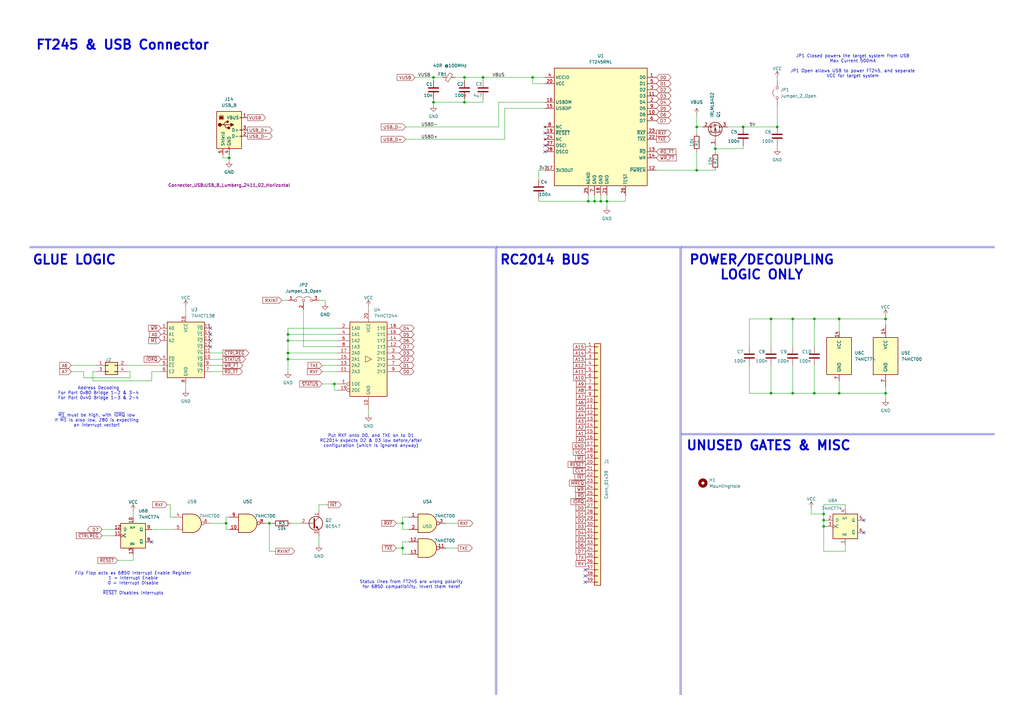
<source format=kicad_sch>
(kicad_sch (version 20250114) (generator "eeschema") (generator_version "9.0")
  (paper "A3")
  (text "~{M1} must be high, with ~{IORQ} low\nIf ~{M1} is also low, Z80 is expecting\nan interrupt vector!" (at 39.624 172.466 0) (effects (font (size 1.27 1.27))))
  (text "RC2014 BUS\n" (at 223.52 106.68 0) (effects (font (size 3.81 3.81) (thickness 0.762) (bold yes))))
  (text "GLUE LOGIC" (at 30.48 106.68 0) (effects (font (size 3.81 3.81) (thickness 0.762) (bold yes))))
  (text "Address Decoding\nFor Port 0x80 Bridge 1-2 & 3-4\nFor Port 0x40 Bridge 1-3 & 2-4" (at 40.386 161.29 0) (effects (font (size 1.27 1.27))))
  (text "FT245 & USB Connector" (at 50.292 18.542 0) (effects (font (size 3.81 3.81) (thickness 0.762) (bold yes))))
  (text "Status lines from FT245 are wrong polarity\nfor 6850 compatibility. Invert them here!\n" (at 168.656 239.776 0) (effects (font (size 1.27 1.27))))
  (text "JP1 Closed powers the target system from USB\nMax Current 500mA\n\nJP1 Open allows USB to power FT245, and separate\nVCC for target system" (at 349.758 27.178 0) (effects (font (size 1.27 1.27))))
  (text "POWER/DECOUPLING\nLOGIC ONLY" (at 312.42 109.728 0) (effects (font (size 3.81 3.81) (thickness 0.762) (bold yes))))
  (text "Flip Flop acts as 6850 Interrupt Enable Register\n1 = Interrupt Enable\n0 = Interrupt Disable\n\n~{RESET} Disables interrupts\n" (at 54.61 239.268 0) (effects (font (size 1.27 1.27))))
  (text "Put RXF onto D0, and TXE on to D1\nRC2014 expects D2 & D3 low before/after\nconfiguration (which is ignored anyway)" (at 152.146 180.848 0) (effects (font (size 1.27 1.27))))
  (text "UNUSED GATES & MISC\n\n" (at 315.214 185.928 0) (effects (font (size 3.81 3.81) (thickness 0.762) (bold yes))))
  (junction (at 246.38 82.55))
  (junction (at 337.82 210.82))
  (junction (at 177.8 31.75))
  (junction (at 325.12 130.81))
  (junction (at 304.8 52.07))
  (junction (at 316.23 130.81))
  (junction (at 363.22 130.81))
  (junction (at 118.11 139.7))
  (junction (at 165.1 224.79))
  (junction (at 110.49 214.63))
  (junction (at 241.3 82.55))
  (junction (at 92.71 214.63))
  (junction (at 334.01 161.29))
  (junction (at 344.17 130.81))
  (junction (at 243.84 82.55))
  (junction (at 363.22 161.29))
  (junction (at 285.75 52.07))
  (junction (at 293.37 60.96))
  (junction (at 318.77 52.07))
  (junction (at 93.98 64.77))
  (junction (at 316.23 161.29))
  (junction (at 177.8 41.91))
  (junction (at 190.5 31.75))
  (junction (at 285.75 69.85))
  (junction (at 165.1 214.63))
  (junction (at 334.01 130.81))
  (junction (at 118.11 147.32))
  (junction (at 198.12 31.75))
  (junction (at 218.44 31.75))
  (junction (at 118.11 137.16))
  (junction (at 137.16 157.48))
  (junction (at 190.5 41.91))
  (junction (at 118.11 144.78))
  (junction (at 325.12 161.29))
  (junction (at 337.82 213.36))
  (junction (at 248.92 82.55))
  (junction (at 337.82 215.9))
  (junction (at 344.17 161.29))
  (no_connect (at 86.36 137.16))
  (no_connect (at 223.52 62.23))
  (no_connect (at 240.03 236.22))
  (no_connect (at 223.52 59.69))
  (no_connect (at 62.23 222.25))
  (no_connect (at 240.03 233.68))
  (no_connect (at 354.33 213.36))
  (no_connect (at 86.36 142.24))
  (no_connect (at 86.36 134.62))
  (no_connect (at 86.36 139.7))
  (no_connect (at 223.52 54.61))
  (no_connect (at 240.03 238.76))
  (no_connect (at 354.33 218.44))
  (wire (pts (xy 241.3 82.55) (xy 243.84 82.55)))
  (wire (pts (xy 124.46 142.24) (xy 138.43 142.24)))
  (wire (pts (xy 137.16 157.48) (xy 137.16 160.02)))
  (wire (pts (xy 246.38 82.55) (xy 248.92 82.55)))
  (wire (pts (xy 363.22 129.54) (xy 363.22 130.81)))
  (wire (pts (xy 177.8 41.91) (xy 177.8 40.64)))
  (wire (pts (xy 248.92 80.01) (xy 248.92 82.55)))
  (wire (pts (xy 177.8 31.75) (xy 181.61 31.75)))
  (wire (pts (xy 285.75 46.99) (xy 285.75 52.07)))
  (wire (pts (xy 298.45 52.07) (xy 304.8 52.07)))
  (wire (pts (xy 132.08 157.48) (xy 137.16 157.48)))
  (wire (pts (xy 318.77 59.69) (xy 318.77 60.96)))
  (wire (pts (xy 337.82 215.9) (xy 337.82 226.06)))
  (wire (pts (xy 337.82 226.06) (xy 346.71 226.06)))
  (wire (pts (xy 198.12 31.75) (xy 218.44 31.75)))
  (wire (pts (xy 76.2 157.48) (xy 76.2 160.02)))
  (wire (pts (xy 177.8 41.91) (xy 190.5 41.91)))
  (wire (pts (xy 151.13 170.18) (xy 151.13 167.64)))
  (wire (pts (xy 248.92 82.55) (xy 248.92 85.09)))
  (wire (pts (xy 93.98 212.09) (xy 92.71 212.09)))
  (wire (pts (xy 325.12 130.81) (xy 316.23 130.81)))
  (wire (pts (xy 86.36 152.4) (xy 91.44 152.4)))
  (wire (pts (xy 190.5 41.91) (xy 190.5 40.64)))
  (wire (pts (xy 190.5 31.75) (xy 190.5 33.02)))
  (wire (pts (xy 54.61 229.87) (xy 54.61 227.33)))
  (wire (pts (xy 166.37 52.07) (xy 204.47 52.07)))
  (wire (pts (xy 165.1 222.25) (xy 165.1 224.79)))
  (wire (pts (xy 220.98 82.55) (xy 220.98 81.28)))
  (polyline (pts (xy 12.192 101.092) (xy 203.708 101.092)))
  (wire (pts (xy 133.35 123.19) (xy 133.35 124.46)))
  (wire (pts (xy 363.22 161.29) (xy 363.22 158.75)))
  (wire (pts (xy 29.21 149.86) (xy 39.37 149.86)))
  (wire (pts (xy 293.37 59.69) (xy 293.37 60.96)))
  (wire (pts (xy 138.43 147.32) (xy 118.11 147.32)))
  (wire (pts (xy 190.5 41.91) (xy 198.12 41.91)))
  (wire (pts (xy 92.71 217.17) (xy 93.98 217.17)))
  (wire (pts (xy 130.81 207.01) (xy 130.81 209.55)))
  (wire (pts (xy 186.69 31.75) (xy 190.5 31.75)))
  (wire (pts (xy 124.46 127) (xy 124.46 142.24)))
  (wire (pts (xy 318.77 31.75) (xy 318.77 33.02)))
  (wire (pts (xy 38.1 152.4) (xy 38.1 156.21)))
  (wire (pts (xy 220.98 69.85) (xy 223.52 69.85)))
  (wire (pts (xy 54.61 209.55) (xy 54.61 212.09)))
  (wire (pts (xy 220.98 73.66) (xy 220.98 69.85)))
  (wire (pts (xy 182.88 224.79) (xy 187.96 224.79)))
  (wire (pts (xy 285.75 52.07) (xy 288.29 52.07)))
  (wire (pts (xy 316.23 130.81) (xy 316.23 142.24)))
  (wire (pts (xy 53.34 152.4) (xy 53.34 154.94)))
  (wire (pts (xy 218.44 31.75) (xy 218.44 34.29)))
  (wire (pts (xy 182.88 214.63) (xy 187.96 214.63)))
  (wire (pts (xy 86.36 149.86) (xy 91.44 149.86)))
  (wire (pts (xy 110.49 214.63) (xy 111.76 214.63)))
  (wire (pts (xy 307.34 130.81) (xy 307.34 142.24)))
  (wire (pts (xy 118.11 134.62) (xy 118.11 137.16)))
  (polyline (pts (xy 203.708 101.6) (xy 278.892 101.6)))
  (wire (pts (xy 162.56 214.63) (xy 165.1 214.63)))
  (wire (pts (xy 118.11 139.7) (xy 118.11 144.78)))
  (wire (pts (xy 92.71 214.63) (xy 92.71 217.17)))
  (wire (pts (xy 293.37 60.96) (xy 293.37 62.23)))
  (wire (pts (xy 138.43 139.7) (xy 118.11 139.7)))
  (wire (pts (xy 130.81 123.19) (xy 133.35 123.19)))
  (wire (pts (xy 316.23 149.86) (xy 316.23 161.29)))
  (wire (pts (xy 246.38 80.01) (xy 246.38 82.55)))
  (wire (pts (xy 325.12 161.29) (xy 334.01 161.29)))
  (wire (pts (xy 218.44 31.75) (xy 223.52 31.75)))
  (wire (pts (xy 170.18 31.75) (xy 177.8 31.75)))
  (wire (pts (xy 91.44 63.5) (xy 91.44 64.77)))
  (wire (pts (xy 337.82 207.01) (xy 337.82 210.82)))
  (wire (pts (xy 307.34 149.86) (xy 307.34 161.29)))
  (wire (pts (xy 162.56 224.79) (xy 165.1 224.79)))
  (wire (pts (xy 137.16 160.02) (xy 138.43 160.02)))
  (wire (pts (xy 86.36 144.78) (xy 91.44 144.78)))
  (wire (pts (xy 138.43 157.48) (xy 137.16 157.48)))
  (polyline (pts (xy 203.708 101.092) (xy 203.708 284.988)))
  (wire (pts (xy 62.23 156.21) (xy 62.23 152.4)))
  (wire (pts (xy 285.75 62.23) (xy 285.75 69.85)))
  (wire (pts (xy 177.8 31.75) (xy 177.8 33.02)))
  (wire (pts (xy 293.37 60.96) (xy 304.8 60.96)))
  (wire (pts (xy 344.17 130.81) (xy 344.17 135.89)))
  (wire (pts (xy 39.37 152.4) (xy 38.1 152.4)))
  (polyline (pts (xy 203.2 101.6) (xy 203.2 284.988)))
  (wire (pts (xy 165.1 212.09) (xy 165.1 214.63)))
  (wire (pts (xy 334.01 130.81) (xy 325.12 130.81)))
  (wire (pts (xy 177.8 43.18) (xy 177.8 41.91)))
  (polyline (pts (xy 279.4 101.6) (xy 407.924 101.6)) (stroke (width 0) (type solid)))
  (wire (pts (xy 167.64 212.09) (xy 165.1 212.09)))
  (wire (pts (xy 91.44 64.77) (xy 93.98 64.77)))
  (wire (pts (xy 337.82 215.9) (xy 339.09 215.9)))
  (wire (pts (xy 115.57 123.19) (xy 118.11 123.19)))
  (wire (pts (xy 165.1 227.33) (xy 167.64 227.33)))
  (wire (pts (xy 334.01 161.29) (xy 344.17 161.29)))
  (wire (pts (xy 151.13 125.73) (xy 151.13 127)))
  (wire (pts (xy 334.01 130.81) (xy 334.01 142.24)))
  (wire (pts (xy 325.12 149.86) (xy 325.12 161.29)))
  (wire (pts (xy 204.47 52.07) (xy 204.47 41.91)))
  (wire (pts (xy 69.85 212.09) (xy 71.12 212.09)))
  (wire (pts (xy 119.38 214.63) (xy 123.19 214.63)))
  (wire (pts (xy 363.22 130.81) (xy 344.17 130.81)))
  (wire (pts (xy 346.71 208.28) (xy 346.71 207.01)))
  (wire (pts (xy 93.98 63.5) (xy 93.98 64.77)))
  (wire (pts (xy 118.11 137.16) (xy 118.11 139.7)))
  (wire (pts (xy 76.2 125.73) (xy 76.2 129.54)))
  (wire (pts (xy 285.75 52.07) (xy 285.75 54.61)))
  (wire (pts (xy 207.01 57.15) (xy 207.01 44.45)))
  (wire (pts (xy 325.12 130.81) (xy 325.12 142.24)))
  (wire (pts (xy 248.92 82.55) (xy 256.54 82.55)))
  (wire (pts (xy 93.98 64.77) (xy 93.98 66.04)))
  (wire (pts (xy 132.08 152.4) (xy 138.43 152.4)))
  (wire (pts (xy 86.36 214.63) (xy 92.71 214.63)))
  (wire (pts (xy 304.8 52.07) (xy 318.77 52.07)))
  (wire (pts (xy 110.49 226.06) (xy 113.03 226.06)))
  (wire (pts (xy 204.47 41.91) (xy 223.52 41.91)))
  (wire (pts (xy 118.11 144.78) (xy 118.11 147.32)))
  (wire (pts (xy 243.84 80.01) (xy 243.84 82.55)))
  (wire (pts (xy 62.23 217.17) (xy 71.12 217.17)))
  (wire (pts (xy 337.82 213.36) (xy 337.82 215.9)))
  (wire (pts (xy 241.3 82.55) (xy 220.98 82.55)))
  (wire (pts (xy 138.43 144.78) (xy 118.11 144.78)))
  (wire (pts (xy 138.43 134.62) (xy 118.11 134.62)))
  (wire (pts (xy 118.11 147.32) (xy 118.11 152.4)))
  (wire (pts (xy 307.34 161.29) (xy 316.23 161.29)))
  (wire (pts (xy 285.75 69.85) (xy 269.24 69.85)))
  (wire (pts (xy 316.23 161.29) (xy 325.12 161.29)))
  (wire (pts (xy 38.1 156.21) (xy 62.23 156.21)))
  (wire (pts (xy 130.81 219.71) (xy 130.81 223.52)))
  (wire (pts (xy 332.74 210.82) (xy 337.82 210.82)))
  (wire (pts (xy 256.54 80.01) (xy 256.54 82.55)))
  (wire (pts (xy 243.84 82.55) (xy 246.38 82.55)))
  (wire (pts (xy 334.01 149.86) (xy 334.01 161.29)))
  (polyline (pts (xy 279.4 101.092) (xy 407.924 101.092)))
  (wire (pts (xy 109.22 214.63) (xy 110.49 214.63)))
  (wire (pts (xy 165.1 224.79) (xy 165.1 227.33)))
  (wire (pts (xy 34.29 154.94) (xy 34.29 152.4)))
  (wire (pts (xy 134.62 207.01) (xy 130.81 207.01)))
  (polyline (pts (xy 278.892 101.6) (xy 278.892 284.988)))
  (wire (pts (xy 41.91 219.71) (xy 46.99 219.71)))
  (wire (pts (xy 92.71 212.09) (xy 92.71 214.63)))
  (wire (pts (xy 346.71 226.06) (xy 346.71 223.52)))
  (wire (pts (xy 167.64 222.25) (xy 165.1 222.25)))
  (polyline (pts (xy 279.4 177.8) (xy 407.924 177.8)))
  (wire (pts (xy 190.5 31.75) (xy 198.12 31.75)))
  (wire (pts (xy 68.58 207.01) (xy 69.85 207.01)))
  (wire (pts (xy 332.74 208.28) (xy 332.74 210.82)))
  (polyline (pts (xy 279.4 101.092) (xy 279.4 284.988)))
  (wire (pts (xy 86.36 147.32) (xy 91.44 147.32)))
  (wire (pts (xy 304.8 60.96) (xy 304.8 59.69)))
  (wire (pts (xy 165.1 217.17) (xy 167.64 217.17)))
  (wire (pts (xy 207.01 44.45) (xy 223.52 44.45)))
  (wire (pts (xy 48.26 229.87) (xy 54.61 229.87)))
  (wire (pts (xy 344.17 161.29) (xy 363.22 161.29)))
  (wire (pts (xy 346.71 207.01) (xy 337.82 207.01)))
  (wire (pts (xy 241.3 80.01) (xy 241.3 82.55)))
  (wire (pts (xy 337.82 213.36) (xy 339.09 213.36)))
  (wire (pts (xy 318.77 43.18) (xy 318.77 52.07)))
  (wire (pts (xy 53.34 154.94) (xy 34.29 154.94)))
  (wire (pts (xy 69.85 207.01) (xy 69.85 212.09)))
  (wire (pts (xy 344.17 156.21) (xy 344.17 161.29)))
  (wire (pts (xy 344.17 130.81) (xy 334.01 130.81)))
  (wire (pts (xy 337.82 210.82) (xy 337.82 213.36)))
  (wire (pts (xy 165.1 214.63) (xy 165.1 217.17)))
  (wire (pts (xy 363.22 161.29) (xy 363.22 163.83)))
  (wire (pts (xy 118.11 137.16) (xy 138.43 137.16)))
  (wire (pts (xy 198.12 31.75) (xy 198.12 33.02)))
  (wire (pts (xy 166.37 57.15) (xy 207.01 57.15)))
  (wire (pts (xy 316.23 130.81) (xy 307.34 130.81)))
  (wire (pts (xy 198.12 41.91) (xy 198.12 40.64)))
  (wire (pts (xy 285.75 69.85) (xy 293.37 69.85)))
  (polyline (pts (xy 279.4 178.308) (xy 407.924 178.308)))
  (wire (pts (xy 363.22 133.35) (xy 363.22 130.81)))
  (wire (pts (xy 41.91 217.17) (xy 46.99 217.17)))
  (polyline (pts (xy 12.192 101.6) (xy 203.2 101.6)))
  (wire (pts (xy 218.44 34.29) (xy 223.52 34.29)))
  (wire (pts (xy 52.07 149.86) (xy 66.04 149.86)))
  (wire (pts (xy 110.49 214.63) (xy 110.49 226.06)))
  (wire (pts (xy 29.21 152.4) (xy 34.29 152.4)))
  (wire (pts (xy 62.23 152.4) (xy 66.04 152.4)))
  (polyline (pts (xy 203.708 101.092) (xy 279.4 101.092)))
  (wire (pts (xy 52.07 152.4) (xy 53.34 152.4)))
  (wire (pts (xy 132.08 149.86) (xy 138.43 149.86)))
  (label "5V" (at 307.34 52.07 0))
  (label "VUSB" (at 171.45 31.75 0))
  (label "USBD-" (at 172.72 52.07 0))
  (label "USBD+" (at 172.72 57.15 0))
  (label "3v3" (at 220.98 69.85 0))
  (label "VBUS" (at 201.93 31.75 0))
  (global_label "D3" (shape passive) (at 240.03 215.9 180) (property "Intersheetrefs" "${INTERSHEET_REFS}" (effects (hide yes))))
  (global_label "VCC" (shape passive) (at 240.03 185.42 180) (property "Intersheetrefs" "${INTERSHEET_REFS}" (effects (hide yes))))
  (global_label "A13" (shape passive) (at 240.03 147.32 180) (property "Intersheetrefs" "${INTERSHEET_REFS}" (effects (hide yes))))
  (global_label "A10" (shape passive) (at 240.03 154.94 180) (property "Intersheetrefs" "${INTERSHEET_REFS}" (effects (hide yes))))
  (global_label "A6" (shape passive) (at 240.03 165.1 180) (property "Intersheetrefs" "${INTERSHEET_REFS}" (effects (hide yes))))
  (global_label "USB_D-" (shape output) (at 101.6 55.88 0) (property "Intersheetrefs" "${INTERSHEET_REFS}" (effects (hide yes))))
  (global_label "USB_D+" (shape input) (at 166.37 57.15 180) (property "Intersheetrefs" "${INTERSHEET_REFS}" (effects (hide yes))))
  (global_label "D5" (shape bidirectional) (at 163.83 137.16 0) (property "Intersheetrefs" "${INTERSHEET_REFS}" (effects (hide yes))))
  (global_label "D2" (shape bidirectional) (at 163.83 147.32 0) (property "Intersheetrefs" "${INTERSHEET_REFS}" (effects (hide yes))))
  (global_label "~{M1}" (shape passive) (at 240.03 187.96 180) (property "Intersheetrefs" "${INTERSHEET_REFS}" (effects (hide yes))))
  (global_label "RXF" (shape output) (at 187.96 214.63 0) (property "Intersheetrefs" "${INTERSHEET_REFS}" (effects (hide yes))))
  (global_label "D1" (shape passive) (at 240.03 210.82 180) (property "Intersheetrefs" "${INTERSHEET_REFS}" (effects (hide yes))))
  (global_label "A5" (shape passive) (at 240.03 167.64 180) (property "Intersheetrefs" "${INTERSHEET_REFS}" (effects (hide yes))))
  (global_label "D1" (shape bidirectional) (at 269.24 34.29 0) (property "Intersheetrefs" "${INTERSHEET_REFS}" (effects (hide yes))))
  (global_label "~{MREQ}" (shape passive) (at 240.03 198.12 180) (property "Intersheetrefs" "${INTERSHEET_REFS}" (effects (hide yes))))
  (global_label "TXE" (shape input) (at 132.08 149.86 180) (property "Intersheetrefs" "${INTERSHEET_REFS}" (effects (hide yes))))
  (global_label "D2" (shape passive) (at 240.03 213.36 180) (property "Intersheetrefs" "${INTERSHEET_REFS}" (effects (hide yes))))
  (global_label "~{TXE}" (shape input) (at 162.56 224.79 180) (property "Intersheetrefs" "${INTERSHEET_REFS}" (effects (hide yes))))
  (global_label "A0" (shape passive) (at 240.03 180.34 180) (property "Intersheetrefs" "${INTERSHEET_REFS}" (effects (hide yes))))
  (global_label "D0" (shape bidirectional) (at 269.24 31.75 0) (property "Intersheetrefs" "${INTERSHEET_REFS}" (effects (hide yes))))
  (global_label "D0" (shape bidirectional) (at 163.83 152.4 0) (property "Intersheetrefs" "${INTERSHEET_REFS}" (effects (hide yes))))
  (global_label "D3" (shape bidirectional) (at 163.83 144.78 0) (property "Intersheetrefs" "${INTERSHEET_REFS}" (effects (hide yes))))
  (global_label "D5" (shape bidirectional) (at 269.24 44.45 0) (property "Intersheetrefs" "${INTERSHEET_REFS}" (effects (hide yes))))
  (global_label "~{RD}" (shape passive) (at 240.03 203.2 180) (property "Intersheetrefs" "${INTERSHEET_REFS}" (effects (hide yes))))
  (global_label "A6" (shape input) (at 29.21 149.86 180) (property "Intersheetrefs" "${INTERSHEET_REFS}" (effects (hide yes))))
  (global_label "A15" (shape passive) (at 240.03 142.24 180) (property "Intersheetrefs" "${INTERSHEET_REFS}" (effects (hide yes))))
  (global_label "D7" (shape bidirectional) (at 41.91 217.17 180) (property "Intersheetrefs" "${INTERSHEET_REFS}" (effects (hide yes))))
  (global_label "A4" (shape passive) (at 240.03 170.18 180) (property "Intersheetrefs" "${INTERSHEET_REFS}" (effects (hide yes))))
  (global_label "~{RD_FT}" (shape output) (at 91.44 152.4 0) (property "Intersheetrefs" "${INTERSHEET_REFS}" (effects (hide yes))))
  (global_label "~{CTRLREG}" (shape output) (at 91.44 144.78 0) (property "Intersheetrefs" "${INTERSHEET_REFS}" (effects (hide yes))))
  (global_label "A2" (shape passive) (at 240.03 175.26 180) (property "Intersheetrefs" "${INTERSHEET_REFS}" (effects (hide yes))))
  (global_label "D2" (shape bidirectional) (at 269.24 36.83 0) (property "Intersheetrefs" "${INTERSHEET_REFS}" (effects (hide yes))))
  (global_label "~{RXF}" (shape input) (at 162.56 214.63 180) (property "Intersheetrefs" "${INTERSHEET_REFS}" (effects (hide yes))))
  (global_label "RXINT" (shape output) (at 113.03 226.06 0) (property "Intersheetrefs" "${INTERSHEET_REFS}" (effects (hide yes))))
  (global_label "D6" (shape bidirectional) (at 163.83 139.7 0) (property "Intersheetrefs" "${INTERSHEET_REFS}" (effects (hide yes))))
  (global_label "D6" (shape bidirectional) (at 269.24 46.99 0) (property "Intersheetrefs" "${INTERSHEET_REFS}" (effects (hide yes))))
  (global_label "~{WR}" (shape passive) (at 240.03 200.66 180) (property "Intersheetrefs" "${INTERSHEET_REFS}" (effects (hide yes))))
  (global_label "D4" (shape bidirectional) (at 163.83 134.62 0) (property "Intersheetrefs" "${INTERSHEET_REFS}" (effects (hide yes))))
  (global_label "~{WR_FT}" (shape output) (at 91.44 149.86 0) (property "Intersheetrefs" "${INTERSHEET_REFS}" (effects (hide yes))))
  (global_label "~{INT}" (shape passive) (at 240.03 195.58 180) (property "Intersheetrefs" "${INTERSHEET_REFS}" (effects (hide yes))))
  (global_label "RXINT" (shape input) (at 115.57 123.19 180) (property "Intersheetrefs" "${INTERSHEET_REFS}" (effects (hide yes))))
  (global_label "~{WR_FT}" (shape input) (at 269.24 64.77 0) (property "Intersheetrefs" "${INTERSHEET_REFS}" (effects (hide yes))))
  (global_label "A3" (shape passive) (at 240.03 172.72 180) (property "Intersheetrefs" "${INTERSHEET_REFS}" (effects (hide yes))))
  (global_label "TXE" (shape output) (at 187.96 224.79 0) (property "Intersheetrefs" "${INTERSHEET_REFS}" (effects (hide yes))))
  (global_label "A8" (shape passive) (at 240.03 160.02 180) (property "Intersheetrefs" "${INTERSHEET_REFS}" (effects (hide yes))))
  (global_label "~{M1}" (shape input) (at 66.04 139.7 180) (property "Intersheetrefs" "${INTERSHEET_REFS}" (effects (hide yes))))
  (global_label "A7" (shape passive) (at 240.03 162.56 180) (property "Intersheetrefs" "${INTERSHEET_REFS}" (effects (hide yes))))
  (global_label "~{INT}" (shape output) (at 134.62 207.01 0) (property "Intersheetrefs" "${INTERSHEET_REFS}" (effects (hide yes))))
  (global_label "VUSB" (shape input) (at 170.18 31.75 180) (property "Intersheetrefs" "${INTERSHEET_REFS}" (effects (hide yes))))
  (global_label "~{RESET}" (shape input) (at 48.26 229.87 180) (property "Intersheetrefs" "${INTERSHEET_REFS}" (effects (hide yes))))
  (global_label "A12" (shape passive) (at 240.03 149.86 180) (property "Intersheetrefs" "${INTERSHEET_REFS}" (effects (hide yes))))
  (global_label "D4" (shape passive) (at 240.03 218.44 180) (property "Intersheetrefs" "${INTERSHEET_REFS}" (effects (hide yes))))
  (global_label "VUSB" (shape output) (at 101.6 48.26 0) (property "Intersheetrefs" "${INTERSHEET_REFS}" (effects (hide yes))))
  (global_label "A1" (shape passive) (at 240.03 177.8 180) (property "Intersheetrefs" "${INTERSHEET_REFS}" (effects (hide yes))))
  (global_label "RXF" (shape input) (at 132.08 152.4 180) (property "Intersheetrefs" "${INTERSHEET_REFS}" (effects (hide yes))))
  (global_label "~{WR}" (shape input) (at 66.04 134.62 180) (property "Intersheetrefs" "${INTERSHEET_REFS}" (effects (hide yes))))
  (global_label "~{STATUS}" (shape input) (at 132.08 157.48 180) (property "Intersheetrefs" "${INTERSHEET_REFS}" (effects (hide yes))))
  (global_label "USB_D-" (shape input) (at 166.37 52.07 180) (property "Intersheetrefs" "${INTERSHEET_REFS}" (effects (hide yes))))
  (global_label "~{RXF}" (shape output) (at 269.24 54.61 0) (property "Intersheetrefs" "${INTERSHEET_REFS}" (effects (hide yes))))
  (global_label "D4" (shape bidirectional) (at 269.24 41.91 0) (property "Intersheetrefs" "${INTERSHEET_REFS}" (effects (hide yes))))
  (global_label "A9" (shape passive) (at 240.03 157.48 180) (property "Intersheetrefs" "${INTERSHEET_REFS}" (effects (hide yes))))
  (global_label "~{TXE}" (shape output) (at 269.24 57.15 0) (property "Intersheetrefs" "${INTERSHEET_REFS}" (effects (hide yes))))
  (global_label "D7" (shape passive) (at 240.03 226.06 180) (property "Intersheetrefs" "${INTERSHEET_REFS}" (effects (hide yes))))
  (global_label "USB_D+" (shape output) (at 101.6 53.34 0) (property "Intersheetrefs" "${INTERSHEET_REFS}" (effects (hide yes))))
  (global_label "~{IORQ}" (shape input) (at 66.04 147.32 180) (property "Intersheetrefs" "${INTERSHEET_REFS}" (effects (hide yes))))
  (global_label "D7" (shape bidirectional) (at 269.24 49.53 0) (property "Intersheetrefs" "${INTERSHEET_REFS}" (effects (hide yes))))
  (global_label "~{IORQ}" (shape passive) (at 240.03 205.74 180) (property "Intersheetrefs" "${INTERSHEET_REFS}" (effects (hide yes))))
  (global_label "~{RESET}" (shape passive) (at 240.03 190.5 180) (property "Intersheetrefs" "${INTERSHEET_REFS}" (effects (hide yes))))
  (global_label "TX" (shape passive) (at 240.03 228.6 180) (property "Intersheetrefs" "${INTERSHEET_REFS}" (effects (hide yes))))
  (global_label "D0" (shape passive) (at 240.03 208.28 180) (property "Intersheetrefs" "${INTERSHEET_REFS}" (effects (hide yes))))
  (global_label "~{STATUS}" (shape output) (at 91.44 147.32 0) (property "Intersheetrefs" "${INTERSHEET_REFS}" (effects (hide yes))))
  (global_label "A7" (shape input) (at 29.21 152.4 180) (property "Intersheetrefs" "${INTERSHEET_REFS}" (effects (hide yes))))
  (global_label "~{RD_FT}" (shape input) (at 269.24 62.23 0) (property "Intersheetrefs" "${INTERSHEET_REFS}" (effects (hide yes))))
  (global_label "RXF" (shape input) (at 68.58 207.01 180) (property "Intersheetrefs" "${INTERSHEET_REFS}" (effects (hide yes))))
  (global_label "D5" (shape passive) (at 240.03 220.98 180) (property "Intersheetrefs" "${INTERSHEET_REFS}" (effects (hide yes))))
  (global_label "RX" (shape passive) (at 240.03 231.14 180) (property "Intersheetrefs" "${INTERSHEET_REFS}" (effects (hide yes))))
  (global_label "~{CTRLREG}" (shape input) (at 41.91 219.71 180) (property "Intersheetrefs" "${INTERSHEET_REFS}" (effects (hide yes))))
  (global_label "D1" (shape bidirectional) (at 163.83 149.86 0) (property "Intersheetrefs" "${INTERSHEET_REFS}" (effects (hide yes))))
  (global_label "D3" (shape bidirectional) (at 269.24 39.37 0) (property "Intersheetrefs" "${INTERSHEET_REFS}" (effects (hide yes))))
  (global_label "A14" (shape passive) (at 240.03 144.78 180) (property "Intersheetrefs" "${INTERSHEET_REFS}" (effects (hide yes))))
  (global_label "GND" (shape passive) (at 240.03 182.88 180) (property "Intersheetrefs" "${INTERSHEET_REFS}" (effects (hide yes))))
  (global_label "~{CLK}" (shape passive) (at 240.03 193.04 180) (property "Intersheetrefs" "${INTERSHEET_REFS}" (effects (hide yes))))
  (global_label "A11" (shape passive) (at 240.03 152.4 180) (property "Intersheetrefs" "${INTERSHEET_REFS}" (effects (hide yes))))
  (global_label "A0" (shape input) (at 66.04 137.16 180) (property "Intersheetrefs" "${INTERSHEET_REFS}" (effects (hide yes))))
  (global_label "D7" (shape bidirectional) (at 163.83 142.24 0) (property "Intersheetrefs" "${INTERSHEET_REFS}" (effects (hide yes))))
  (global_label "D6" (shape passive) (at 240.03 223.52 180) (property "Intersheetrefs" "${INTERSHEET_REFS}" (effects (hide yes))))
  (symbol (lib_id "Connector_Generic:Conn_01x39") (at 245.11 190.5 0) (unit 1)
    (property "Reference" "J1" (at 247.65 189.2299 0) (effects (justify left)))
    (property "Value" "Conn_01x39" (at 248.666 204.724 90) (effects (justify left)))
    (property "Footprint" "Connector_PinHeader_2.54mm:PinHeader_1x39_P2.54mm_Vertical" (effects (hide yes)))
    (property "Description" "Generic connector, single row, 01x39, script generated (kicad-library-utils/schlib/autogen/connector/)" (effects (hide yes)))
  )
  (symbol (lib_id "74xx:74HCT138") (at 76.2 144.78 0) (unit 1)
    (property "Reference" "U3" (at 78.3433 127 0) (effects (justify left)))
    (property "Value" "74HCT138" (at 78.3433 129.54 0) (effects (justify left)))
    (property "Footprint" "Package_DIP:DIP-16_W7.62mm" (effects (hide yes)))
    (property "Datasheet" "http://www.ti.com/lit/ds/symlink/cd74hc238.pdf" (effects (hide yes)))
    (property "Description" "3-to-8 line decoder/multiplexer inverting, DIP-16/SOIC-16/SSOP-16" (effects (hide yes)))
  )
  (symbol (lib_id "power:VCC") (at 363.22 129.54 0) (mirror y) (unit 1)
    (property "Reference" "#PWR010" (effects (hide yes)))
    (property "Value" "VCC" (at 363.22 125.9355 0))
  )
  (symbol (lib_id "power:VCC") (at 318.77 31.75 0) (mirror y) (unit 1)
    (property "Reference" "#PWR0104" (effects (hide yes)))
    (property "Value" "VCC" (at 318.77 28.1455 0))
  )
  (symbol (lib_id "power:VBUS") (at 285.75 46.99 0) (unit 1)
    (property "Reference" "#PWR0102" (effects (hide yes)))
    (property "Value" "VBUS" (at 285.75 41.91 0))
    (property "Description" "Power symbol creates a global label with name \"VBUS\"" (effects (hide yes)))
  )
  (symbol (lib_id "Device:C") (at 334.01 146.05 0) (unit 1)
    (property "Reference" "C10" (at 328.93 144.272 0) (effects (justify left)))
    (property "Value" "100n" (at 327.66 148.082 0) (effects (justify left)))
    (property "Footprint" "Capacitor_THT:C_Rect_L4.0mm_W2.5mm_P2.50mm" (effects (hide yes)))
    (property "LCSC" "C1525" (effects (hide yes)))
  )
  (symbol (lib_id "power:GND") (at 151.13 170.18 0) (unit 1)
    (property "Reference" "#PWR07" (effects (hide yes)))
    (property "Value" "GND" (at 151.13 174.7425 0))
  )
  (symbol (lib_id "Device:R") (at 285.75 58.42 180) (unit 1)
    (property "Reference" "R1" (at 285.75 58.674 90))
    (property "Value" "10k" (at 283.718 58.42 90))
    (property "Footprint" "Resistor_SMD:R_0603_1608Metric_Pad0.98x0.95mm_HandSolder" (effects (hide yes)))
    (property "LCSC" "C25744" (effects (hide yes)))
  )
  (symbol (lib_id "74xx:74HCT00") (at 78.74 214.63 0) (unit 2)
    (property "Reference" "U5" (at 78.7317 205.74 0))
    (property "Value" "74HCT00" (at 85.852 211.582 0))
    (property "Footprint" "Package_DIP:DIP-14_W7.62mm" (effects (hide yes)))
    (property "Datasheet" "http://www.ti.com/lit/gpn/sn74hct00" (effects (hide yes)))
    (property "Description" "quad 2-input NAND gate" (effects (hide yes)))
  )
  (symbol (lib_id "Device:C") (at 220.98 77.47 0) (unit 1)
    (property "Reference" "C4" (at 221.742 74.676 0) (effects (justify left)))
    (property "Value" "100n" (at 220.98 79.756 0) (effects (justify left)))
    (property "Footprint" "Capacitor_SMD:C_0603_1608Metric_Pad1.08x0.95mm_HandSolder" (effects (hide yes)))
    (property "LCSC" "C1525" (effects (hide yes)))
  )
  (symbol (lib_id "Connector:USB_B") (at 93.98 53.34 0) (unit 1)
    (property "Reference" "J14" (at 93.98 40.64 0))
    (property "Value" "USB_B" (at 93.98 43.18 0))
    (property "Footprint" "Connector_USB:USB_B_Lumberg_2411_02_Horizontal" (at 93.98 75.946 0))
    (property "Description" "USB Type B connector" (effects (hide yes)))
  )
  (symbol (lib_id "power:GND") (at 248.92 85.09 0) (unit 1)
    (property "Reference" "#PWR0101" (effects (hide yes)))
    (property "Value" "GND" (at 248.92 89.6525 0))
  )
  (symbol (lib_id "Device:C") (at 307.34 146.05 0) (unit 1)
    (property "Reference" "C7" (at 302.26 144.272 0) (effects (justify left)))
    (property "Value" "100n" (at 300.99 148.082 0) (effects (justify left)))
    (property "Footprint" "Capacitor_THT:C_Rect_L4.0mm_W2.5mm_P2.50mm" (effects (hide yes)))
    (property "LCSC" "C1525" (effects (hide yes)))
  )
  (symbol (lib_id "power:GND") (at 76.2 160.02 0) (unit 1)
    (property "Reference" "#PWR03" (effects (hide yes)))
    (property "Value" "GND" (at 76.2 164.5825 0))
  )
  (symbol (lib_id "Device:R") (at 115.57 214.63 270) (unit 1)
    (property "Reference" "R3" (at 115.57 214.63 90))
    (property "Value" "10k" (at 115.57 216.662 90))
    (property "Footprint" "Resistor_THT:R_Axial_DIN0204_L3.6mm_D1.6mm_P7.62mm_Horizontal" (effects (hide yes)))
    (property "LCSC" "C25744" (effects (hide yes)))
  )
  (symbol (lib_id "74xx:74HCT00") (at 175.26 224.79 0) (unit 4)
    (property "Reference" "U5" (at 175.2517 215.9 0))
    (property "Value" "74HCT00" (at 182.372 221.742 0))
    (property "Footprint" "Package_DIP:DIP-14_W7.62mm" (effects (hide yes)))
    (property "Datasheet" "http://www.ti.com/lit/gpn/sn74hct00" (effects (hide yes)))
    (property "Description" "quad 2-input NAND gate" (effects (hide yes)))
  )
  (symbol (lib_id "power:GND") (at 133.35 124.46 0) (unit 1)
    (property "Reference" "#PWR012" (effects (hide yes)))
    (property "Value" "GND" (at 133.35 129.0225 0))
  )
  (symbol (lib_id "Device:C") (at 198.12 36.83 0) (unit 1)
    (property "Reference" "C3" (at 195.072 34.544 0) (effects (justify left)))
    (property "Value" "4u7" (at 194.056 39.116 0) (effects (justify left)))
    (property "Footprint" "Capacitor_SMD:C_0603_1608Metric_Pad1.08x0.95mm_HandSolder" (effects (hide yes)))
    (property "LCSC" "C1525" (effects (hide yes)))
  )
  (symbol (lib_id "Device:C") (at 304.8 55.88 0) (unit 1)
    (property "Reference" "C5" (at 299.72 54.102 0) (effects (justify left)))
    (property "Value" "100n" (at 298.45 57.912 0) (effects (justify left)))
    (property "Footprint" "Capacitor_SMD:C_0603_1608Metric_Pad1.08x0.95mm_HandSolder" (effects (hide yes)))
    (property "LCSC" "C1525" (effects (hide yes)))
  )
  (symbol (lib_id "Jumper:Jumper_2_Open") (at 318.77 38.1 90) (unit 1)
    (property "Reference" "JP1" (at 320.04 36.8299 90) (effects (justify right)))
    (property "Value" "Jumper_2_Open" (at 320.04 39.3699 90) (effects (justify right)))
    (property "Footprint" "Connector_PinHeader_2.54mm:PinHeader_1x02_P2.54mm_Vertical" (effects (hide yes)))
    (property "Description" "Jumper, 2-pole, open" (effects (hide yes)))
  )
  (symbol (lib_id "Transistor_BJT:BC547") (at 128.27 214.63 0) (unit 1)
    (property "Reference" "Q2" (at 133.35 213.3599 0) (effects (justify left)))
    (property "Value" "BC547" (at 133.35 215.8999 0) (effects (justify left)))
    (property "Footprint" "Package_TO_SOT_THT:TO-92_Wide" (effects (hide yes)))
    (property "Datasheet" "https://www.onsemi.com/pub/Collateral/BC550-D.pdf" (effects (hide yes)))
    (property "Description" "0.1A Ic, 45V Vce, Small Signal NPN Transistor, TO-92" (effects (hide yes)))
  )
  (symbol (lib_id "power:VCC") (at 54.61 209.55 0) (mirror y) (unit 1)
    (property "Reference" "#PWR05" (effects (hide yes)))
    (property "Value" "VCC" (at 54.61 205.9455 0))
  )
  (symbol (lib_id "power:VCC") (at 76.2 125.73 0) (mirror y) (unit 1)
    (property "Reference" "#PWR01" (effects (hide yes)))
    (property "Value" "VCC" (at 76.2 122.1255 0))
  )
  (symbol (lib_id "74xx:74HCT00") (at 175.26 214.63 0) (unit 1)
    (property "Reference" "U5" (at 175.2517 205.74 0))
    (property "Value" "74HCT00" (at 182.372 211.582 0))
    (property "Footprint" "Package_DIP:DIP-14_W7.62mm" (effects (hide yes)))
    (property "Datasheet" "http://www.ti.com/lit/gpn/sn74hct00" (effects (hide yes)))
    (property "Description" "quad 2-input NAND gate" (effects (hide yes)))
  )
  (symbol (lib_id "Device:C") (at 325.12 146.05 0) (unit 1)
    (property "Reference" "C9" (at 320.04 144.272 0) (effects (justify left)))
    (property "Value" "100n" (at 318.77 148.082 0) (effects (justify left)))
    (property "Footprint" "Capacitor_THT:C_Rect_L4.0mm_W2.5mm_P2.50mm" (effects (hide yes)))
    (property "LCSC" "C1525" (effects (hide yes)))
  )
  (symbol (lib_id "74xx:74HCT74") (at 344.17 146.05 0) (unit 3)
    (property "Reference" "U6" (at 350.52 144.7799 0) (effects (justify left)))
    (property "Value" "74HCT74" (at 350.52 147.3199 0) (effects (justify left)))
    (property "Footprint" "Package_DIP:DIP-14_W7.62mm" (effects (hide yes)))
    (property "Datasheet" "https://assets.nexperia.com/documents/data-sheet/74HC_HCT74.pdf" (effects (hide yes)))
    (property "Description" "Dual D Flip-flop, Set & Reset" (effects (hide yes)))
  )
  (symbol (lib_id "74xx:74HCT74") (at 54.61 219.71 0) (unit 2)
    (property "Reference" "U6" (at 56.7533 209.55 0) (effects (justify left)))
    (property "Value" "74HCT74" (at 56.7533 212.09 0) (effects (justify left)))
    (property "Footprint" "Package_DIP:DIP-14_W7.62mm" (effects (hide yes)))
    (property "Datasheet" "https://assets.nexperia.com/documents/data-sheet/74HC_HCT74.pdf" (effects (hide yes)))
    (property "Description" "Dual D Flip-flop, Set & Reset" (effects (hide yes)))
  )
  (symbol (lib_id "74xx:74HCT74") (at 346.71 215.9 0) (unit 1)
    (property "Reference" "U6" (at 339.598 205.232 0) (effects (justify left)))
    (property "Value" "74HCT74" (at 336.804 208.534 0) (effects (justify left)))
    (property "Footprint" "Package_DIP:DIP-14_W7.62mm" (effects (hide yes)))
    (property "Datasheet" "https://assets.nexperia.com/documents/data-sheet/74HC_HCT74.pdf" (effects (hide yes)))
    (property "Description" "Dual D Flip-flop, Set & Reset" (effects (hide yes)))
  )
  (symbol (lib_id "Connector_Generic:Conn_02x02_Odd_Even") (at 44.45 149.86 0) (unit 1)
    (property "Reference" "J2" (at 44.45 147.574 0))
    (property "Value" "Conn_02x02_Odd_Even" (effects (hide yes)))
    (property "Footprint" "Connector_PinHeader_2.54mm:PinHeader_2x02_P2.54mm_Vertical" (effects (hide yes)))
    (property "Description" "Generic connector, double row, 02x02, odd/even pin numbering scheme (row 1 odd numbers, row 2 even numbers), script generated (kicad-library-utils/schlib/autogen/connector/)" (effects (hide yes)))
  )
  (symbol (lib_id "Mechanical:MountingHole") (at 288.29 198.12 0) (unit 1) (in_bom no)
    (property "Reference" "H1" (at 290.83 196.8499 0) (effects (justify left)))
    (property "Value" "MountingHole" (at 290.83 199.3899 0) (effects (justify left)))
    (property "Footprint" "MountingHole:MountingHole_3.2mm_M3" (effects (hide yes)))
    (property "Description" "Mounting Hole without connection" (effects (hide yes)))
  )
  (symbol (lib_id "74xx:74HCT00") (at 363.22 146.05 0) (unit 5)
    (property "Reference" "U5" (at 369.57 144.7799 0) (effects (justify left)))
    (property "Value" "74HCT00" (at 369.57 147.3199 0) (effects (justify left)))
    (property "Footprint" "Package_DIP:DIP-14_W7.62mm" (effects (hide yes)))
    (property "Datasheet" "http://www.ti.com/lit/gpn/sn74hct00" (effects (hide yes)))
    (property "Description" "quad 2-input NAND gate" (effects (hide yes)))
  )
  (symbol (lib_id "power:GND") (at 118.11 152.4 0) (unit 1)
    (property "Reference" "#PWR011" (effects (hide yes)))
    (property "Value" "GND" (at 118.11 156.9625 0))
  )
  (symbol (lib_id "power:GND") (at 318.77 60.96 0) (unit 1)
    (property "Reference" "#PWR0103" (effects (hide yes)))
    (property "Value" "GND" (at 318.77 65.5225 0))
  )
  (symbol (lib_id "power:VCC") (at 151.13 125.73 0) (mirror y) (unit 1)
    (property "Reference" "#PWR02" (effects (hide yes)))
    (property "Value" "VCC" (at 151.13 122.1255 0))
  )
  (symbol (lib_id "power:VCC") (at 332.74 208.28 0) (mirror y) (unit 1)
    (property "Reference" "#PWR04" (effects (hide yes)))
    (property "Value" "VCC" (at 332.74 204.6755 0))
  )
  (symbol (lib_id "Device:C") (at 318.77 55.88 0) (unit 1)
    (property "Reference" "C6" (at 313.69 54.102 0) (effects (justify left)))
    (property "Value" "100n" (at 312.42 57.912 0) (effects (justify left)))
    (property "Footprint" "Capacitor_SMD:C_0603_1608Metric_Pad1.08x0.95mm_HandSolder" (effects (hide yes)))
    (property "LCSC" "C1525" (effects (hide yes)))
  )
  (symbol (lib_id "74xx:74HCT244") (at 151.13 147.32 0) (unit 1)
    (property "Reference" "U4" (at 153.2733 127 0) (effects (justify left)))
    (property "Value" "74HCT244" (at 153.2733 129.54 0) (effects (justify left)))
    (property "Footprint" "Package_DIP:DIP-20_W7.62mm" (effects (hide yes)))
    (property "Datasheet" "https://assets.nexperia.com/documents/data-sheet/74HC_HCT244.pdf" (effects (hide yes)))
    (property "Description" "8-bit Buffer/Line Driver 3-state" (effects (hide yes)))
  )
  (symbol (lib_id "Jaynes Stuff:FT245RNL") (at 246.38 52.07 0) (unit 1)
    (property "Reference" "U1" (at 246.38 22.86 0))
    (property "Value" "FT245RNL" (at 246.38 25.4 0))
    (property "Footprint" "Package_SO:SSOP-28_5.3x10.2mm_P0.65mm" (effects (hide yes)))
    (property "Datasheet" "https://www.ftdichip.com/Support/Documents/DataSheets/ICs/DS_FT245BM.pdf" (effects (hide yes)))
    (property "Description" "Full Speed USB to 8-Bit FIFO, LQFP-32" (effects (hide yes)))
    (property "LCSC" "DNF" (effects (hide yes)))
  )
  (symbol (lib_id "Transistor_FET:IRLML6402") (at 293.37 54.61 270) (mirror x) (unit 1)
    (property "Reference" "Q1" (at 294.6401 48.26 0) (effects (justify left)))
    (property "Value" "IRLML6402" (at 292.1001 48.26 0) (effects (justify left)))
    (property "Footprint" "Package_TO_SOT_SMD:SOT-23" (effects (hide yes)))
    (property "Datasheet" "https://www.infineon.com/dgdl/irlml6402pbf.pdf?fileId=5546d462533600a401535668d5c2263c" (effects (hide yes)))
    (property "Description" "-3.7A Id, -20V Vds, 65mOhm Rds, P-Channel HEXFET Power MOSFET, SOT-23" (effects (hide yes)))
    (property "LCSC" "C5182043" (effects (hide yes)))
  )
  (symbol (lib_id "power:GND") (at 130.81 223.52 0) (unit 1)
    (property "Reference" "#PWR08" (effects (hide yes)))
    (property "Value" "GND" (at 130.81 228.0825 0))
  )
  (symbol (lib_id "Device:C") (at 190.5 36.83 0) (unit 1)
    (property "Reference" "C2" (at 187.452 34.544 0) (effects (justify left)))
    (property "Value" "100n" (at 186.436 39.116 0) (effects (justify left)))
    (property "Footprint" "Capacitor_SMD:C_0603_1608Metric_Pad1.08x0.95mm_HandSolder" (effects (hide yes)))
    (property "LCSC" "C1525" (effects (hide yes)))
  )
  (symbol (lib_id "power:GND") (at 177.8 43.18 0) (unit 1)
    (property "Reference" "#PWR0105" (effects (hide yes)))
    (property "Value" "GND" (at 177.8 47.7425 0))
  )
  (symbol (lib_id "Device:R") (at 293.37 66.04 180) (unit 1)
    (property "Reference" "R2" (at 293.37 66.04 90))
    (property "Value" "10k" (at 291.338 66.04 90))
    (property "Footprint" "Resistor_SMD:R_0603_1608Metric_Pad0.98x0.95mm_HandSolder" (effects (hide yes)))
    (property "LCSC" "C25744" (effects (hide yes)))
  )
  (symbol (lib_id "Device:FerriteBead_Small") (at 184.15 31.75 90) (unit 1)
    (property "Reference" "FB1" (at 179.578 30.48 90) (effects (justify right)))
    (property "Value" "40R @100MHz" (at 177.546 26.924 90) (effects (justify right)))
    (property "Footprint" "Capacitor_SMD:C_0805_2012Metric" (effects (hide yes)))
    (property "Description" "Ferrite bead, small symbol" (effects (hide yes)))
    (property "LCSC" "C369522" (effects (hide yes)))
  )
  (symbol (lib_id "Jumper:Jumper_3_Open") (at 124.46 123.19 0) (unit 1) (in_bom no)
    (property "Reference" "JP2" (at 124.46 116.84 0))
    (property "Value" "Jumper_3_Open" (at 124.46 119.38 0))
    (property "Footprint" "Jumper:SolderJumper-3_P1.3mm_Open_RoundedPad1.0x1.5mm" (effects (hide yes)))
  )
  (symbol (lib_id "power:GND") (at 363.22 163.83 0) (unit 1)
    (property "Reference" "#PWR09" (effects (hide yes)))
    (property "Value" "GND" (at 363.22 168.3925 0))
  )
  (symbol (lib_id "Device:C") (at 177.8 36.83 0) (unit 1)
    (property "Reference" "C1" (at 174.752 34.544 0) (effects (justify left)))
    (property "Value" "10n" (at 173.736 39.116 0) (effects (justify left)))
    (property "Footprint" "Capacitor_SMD:C_0603_1608Metric_Pad1.08x0.95mm_HandSolder" (effects (hide yes)))
    (property "LCSC" "C1524" (effects (hide yes)))
  )
  (symbol (lib_id "74xx:74HCT00") (at 101.6 214.63 0) (unit 3)
    (property "Reference" "U5" (at 101.5917 205.74 0))
    (property "Value" "74HCT00" (at 108.712 211.582 0))
    (property "Footprint" "Package_DIP:DIP-14_W7.62mm" (effects (hide yes)))
    (property "Datasheet" "http://www.ti.com/lit/gpn/sn74hct00" (effects (hide yes)))
    (property "Description" "quad 2-input NAND gate" (effects (hide yes)))
  )
  (symbol (lib_id "power:GND") (at 93.98 66.04 0) (unit 1)
    (property "Reference" "#PWR06" (effects (hide yes)))
    (property "Value" "GND" (at 93.98 70.6025 0))
  )
  (symbol (lib_id "Device:C") (at 316.23 146.05 0) (unit 1)
    (property "Reference" "C8" (at 311.15 144.272 0) (effects (justify left)))
    (property "Value" "100n" (at 309.88 148.082 0) (effects (justify left)))
    (property "Footprint" "Capacitor_THT:C_Rect_L4.0mm_W2.5mm_P2.50mm" (effects (hide yes)))
    (property "LCSC" "C1525" (effects (hide yes)))
  )
)
</source>
